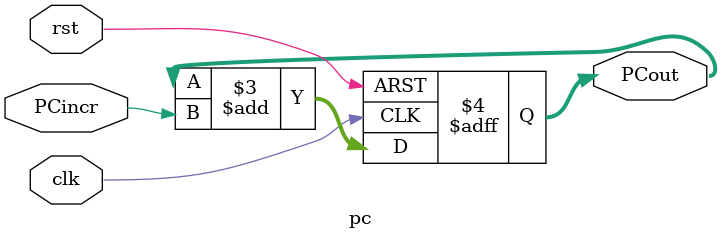
<source format=sv>

module pc #(
    parameter Psize = 4

)
(
    input logic clk, rst, PCincr, //PCabsbranch,
    //input logic [Psize-1:0] Branchaddr,          // relative branch addr
    output logic [Psize-1 : 0] PCout

);

//----------- codes start here --------------
// programme counter 
//logic [Psize-1 : 0] Branch; // temp variable for addtional oprand 
//always_comb begin // 
 //   if (PCincr) 
 //       Branch = { {(Psize-1){1'b0}}, 1'b1};
//    else Branch = Branchaddr;
//end


always_ff @(posedge clk, negedge rst) begin
    if (~rst) 
            PCout <= '0;
    
    else //if (PCout < 15)   //increment or PCincr
            PCout <= PCout + PCincr;

   // else                   // return to 0
         //   PCout <= '0; 
    
    //else if (PCabsbranch)         // absolute branch
    //        PCout <= Branchaddr;

end // always_ff

endmodule // pc


</source>
